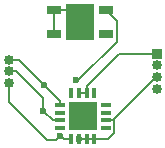
<source format=gbl>
G04 #@! TF.GenerationSoftware,KiCad,Pcbnew,8.0.6*
G04 #@! TF.CreationDate,2025-07-17T13:08:23-05:00*
G04 #@! TF.ProjectId,DetectorAcc,44657465-6374-46f7-9241-63632e6b6963,rev?*
G04 #@! TF.SameCoordinates,Original*
G04 #@! TF.FileFunction,Copper,L2,Bot*
G04 #@! TF.FilePolarity,Positive*
%FSLAX46Y46*%
G04 Gerber Fmt 4.6, Leading zero omitted, Abs format (unit mm)*
G04 Created by KiCad (PCBNEW 8.0.6) date 2025-07-17 13:08:23*
%MOMM*%
%LPD*%
G01*
G04 APERTURE LIST*
G04 #@! TA.AperFunction,ComponentPad*
%ADD10C,0.850000*%
G04 #@! TD*
G04 #@! TA.AperFunction,ComponentPad*
%ADD11O,0.850000X0.850000*%
G04 #@! TD*
G04 #@! TA.AperFunction,ComponentPad*
%ADD12R,0.850000X0.850000*%
G04 #@! TD*
G04 #@! TA.AperFunction,SMDPad,CuDef*
%ADD13R,0.863600X0.304800*%
G04 #@! TD*
G04 #@! TA.AperFunction,SMDPad,CuDef*
%ADD14R,0.304800X0.863600*%
G04 #@! TD*
G04 #@! TA.AperFunction,SMDPad,CuDef*
%ADD15R,2.438400X2.438400*%
G04 #@! TD*
G04 #@! TA.AperFunction,SMDPad,CuDef*
%ADD16R,1.193800X0.762000*%
G04 #@! TD*
G04 #@! TA.AperFunction,SMDPad,CuDef*
%ADD17R,2.489200X3.098800*%
G04 #@! TD*
G04 #@! TA.AperFunction,ViaPad*
%ADD18C,0.600000*%
G04 #@! TD*
G04 #@! TA.AperFunction,Conductor*
%ADD19C,0.200000*%
G04 #@! TD*
G04 APERTURE END LIST*
D10*
X129750000Y-78187500D03*
D11*
X129750000Y-79187500D03*
X129750000Y-80187500D03*
D12*
X142250000Y-77687500D03*
D11*
X142250000Y-78687500D03*
X142250000Y-79687500D03*
X142250000Y-80687500D03*
D13*
X137943100Y-82025001D03*
X137943100Y-82674999D03*
X137943100Y-83325001D03*
X137943100Y-83974999D03*
D14*
X136974999Y-84943100D03*
X136325001Y-84943100D03*
X135674999Y-84943100D03*
X135025001Y-84943100D03*
D13*
X134056900Y-83974999D03*
X134056900Y-83325001D03*
X134056900Y-82674999D03*
X134056900Y-82025001D03*
D14*
X135025001Y-81056900D03*
X135674999Y-81056900D03*
X136325001Y-81056900D03*
X136974999Y-81056900D03*
D15*
X136000000Y-83000000D03*
D16*
X138000000Y-74000000D03*
X138000000Y-76000002D03*
X133580400Y-76000002D03*
X133580400Y-74000000D03*
D17*
X135790200Y-75000001D03*
D18*
X135677403Y-84943100D03*
X134112500Y-84627401D03*
X135790200Y-75000001D03*
X135400000Y-79950000D03*
X132750000Y-80362500D03*
X132612500Y-82500000D03*
D19*
X133739901Y-85000000D02*
X134112500Y-84627401D01*
X132955332Y-85000000D02*
X133739901Y-85000000D01*
X129750000Y-81794668D02*
X132955332Y-85000000D01*
X134428199Y-84943100D02*
X134112500Y-84627401D01*
X135025001Y-84943100D02*
X134428199Y-84943100D01*
X134790199Y-74000000D02*
X135790200Y-75000001D01*
X133580400Y-74000000D02*
X134790199Y-74000000D01*
X133580400Y-74000000D02*
X133580400Y-76000002D01*
X139062601Y-77687500D02*
X142250000Y-77687500D01*
X136325001Y-80425100D02*
X139062601Y-77687500D01*
X136325001Y-81056900D02*
X136325001Y-80425100D01*
X135627902Y-79950000D02*
X135400000Y-79950000D01*
X138896900Y-74896900D02*
X138896900Y-76681002D01*
X138000000Y-74000000D02*
X138896900Y-74896900D01*
X138896900Y-76681002D02*
X135627902Y-79950000D01*
X138574900Y-83325001D02*
X137943100Y-83325001D01*
X142250000Y-79687500D02*
X142212401Y-79687500D01*
X142212401Y-79687500D02*
X138574900Y-83325001D01*
X138674900Y-83425001D02*
X138574900Y-83325001D01*
X138159199Y-84943100D02*
X138674900Y-84427399D01*
X136974999Y-84943100D02*
X138159199Y-84943100D01*
X138674900Y-84427399D02*
X138674900Y-83425001D01*
X136325001Y-84943100D02*
X136974999Y-84943100D01*
X135674999Y-84943100D02*
X136325001Y-84943100D01*
X135674999Y-81056900D02*
X136325001Y-81056900D01*
X132612500Y-81448960D02*
X132612500Y-82500000D01*
X130351040Y-79187500D02*
X132612500Y-81448960D01*
X129750000Y-79187500D02*
X130351040Y-79187500D01*
X130575000Y-78187500D02*
X132750000Y-80362500D01*
X129750000Y-78187500D02*
X130575000Y-78187500D01*
X129750000Y-80187500D02*
X129750000Y-81794668D01*
X134056900Y-81669400D02*
X132750000Y-80362500D01*
X134056900Y-82025001D02*
X134056900Y-81669400D01*
X133437501Y-83325001D02*
X132612500Y-82500000D01*
X134056900Y-83325001D02*
X133437501Y-83325001D01*
M02*

</source>
